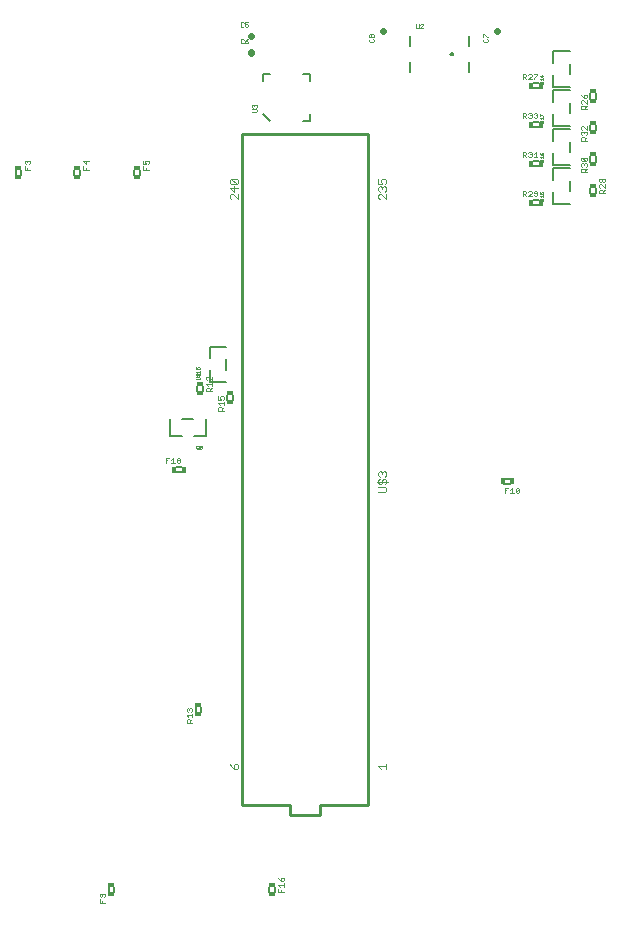
<source format=gto>
G75*
%MOIN*%
%OFA0B0*%
%FSLAX24Y24*%
%IPPOS*%
%LPD*%
%AMOC8*
5,1,8,0,0,1.08239X$1,22.5*
%
%ADD10C,0.0100*%
%ADD11C,0.0010*%
%ADD12C,0.0080*%
%ADD13C,0.0220*%
%ADD14C,0.0070*%
%ADD15C,0.0050*%
%ADD16C,0.0060*%
%ADD17C,0.0020*%
%ADD18R,0.0236X0.0118*%
%ADD19R,0.0118X0.0236*%
D10*
X028127Y005152D02*
X028127Y027512D01*
X032307Y027512D01*
X032307Y005152D01*
X030717Y005152D01*
X030717Y004802D01*
X029717Y004802D01*
X029717Y005152D01*
X028127Y005152D01*
D11*
X027943Y006333D02*
X027987Y006378D01*
X027987Y006466D01*
X027943Y006510D01*
X027899Y006510D01*
X027854Y006466D01*
X027854Y006333D01*
X027943Y006333D01*
X027854Y006333D02*
X027766Y006422D01*
X027721Y006510D01*
X032671Y006422D02*
X032937Y006422D01*
X032937Y006510D02*
X032937Y006333D01*
X032760Y006333D02*
X032671Y006422D01*
X032671Y015576D02*
X032893Y015576D01*
X032937Y015620D01*
X032937Y015709D01*
X032893Y015753D01*
X032671Y015753D01*
X032716Y015830D02*
X032671Y015874D01*
X032671Y015962D01*
X032716Y016007D01*
X032716Y016083D02*
X032671Y016128D01*
X032671Y016216D01*
X032716Y016260D01*
X032760Y016260D01*
X032804Y016216D01*
X032849Y016260D01*
X032893Y016260D01*
X032937Y016216D01*
X032937Y016128D01*
X032893Y016083D01*
X032893Y016007D02*
X032849Y016007D01*
X032804Y015962D01*
X032804Y015874D01*
X032760Y015830D01*
X032716Y015830D01*
X032627Y015918D02*
X032982Y015918D01*
X032937Y015874D02*
X032937Y015962D01*
X032893Y016007D01*
X032937Y015874D02*
X032893Y015830D01*
X032804Y016172D02*
X032804Y016216D01*
X026785Y017025D02*
X026766Y017007D01*
X026730Y017007D01*
X026711Y017025D01*
X026711Y017044D01*
X026730Y017062D01*
X026766Y017062D01*
X026785Y017044D01*
X026785Y017025D01*
X026766Y017062D02*
X026785Y017080D01*
X026785Y017099D01*
X026766Y017117D01*
X026730Y017117D01*
X026711Y017099D01*
X026711Y017080D01*
X026730Y017062D01*
X026674Y017099D02*
X026674Y017025D01*
X026656Y017007D01*
X026619Y017007D01*
X026601Y017025D01*
X026601Y017099D01*
X026619Y017117D01*
X026656Y017117D01*
X026674Y017099D01*
X026637Y017044D02*
X026674Y017007D01*
X026693Y019327D02*
X026712Y019345D01*
X026712Y019382D01*
X026693Y019400D01*
X026602Y019400D01*
X026620Y019438D02*
X026602Y019456D01*
X026602Y019493D01*
X026620Y019511D01*
X026657Y019493D02*
X026657Y019456D01*
X026638Y019438D01*
X026620Y019438D01*
X026583Y019474D02*
X026730Y019474D01*
X026712Y019456D02*
X026712Y019493D01*
X026693Y019511D01*
X026675Y019511D01*
X026657Y019493D01*
X026638Y019548D02*
X026602Y019585D01*
X026712Y019585D01*
X026712Y019621D02*
X026712Y019548D01*
X026712Y019456D02*
X026693Y019438D01*
X026693Y019327D02*
X026602Y019327D01*
X026602Y019659D02*
X026657Y019659D01*
X026638Y019695D01*
X026638Y019714D01*
X026657Y019732D01*
X026693Y019732D01*
X026712Y019714D01*
X026712Y019677D01*
X026693Y019659D01*
X026602Y019659D02*
X026602Y019732D01*
X027766Y025326D02*
X027721Y025370D01*
X027721Y025459D01*
X027766Y025503D01*
X027810Y025503D01*
X027987Y025326D01*
X027987Y025503D01*
X027854Y025580D02*
X027854Y025757D01*
X027766Y025833D02*
X027721Y025878D01*
X027721Y025966D01*
X027766Y026010D01*
X027943Y025833D01*
X027987Y025878D01*
X027987Y025966D01*
X027943Y026010D01*
X027766Y026010D01*
X027766Y025833D02*
X027943Y025833D01*
X027987Y025712D02*
X027721Y025712D01*
X027854Y025580D01*
X028462Y028237D02*
X028587Y028237D01*
X028612Y028262D01*
X028612Y028312D01*
X028587Y028337D01*
X028462Y028337D01*
X028487Y028384D02*
X028462Y028409D01*
X028462Y028459D01*
X028487Y028484D01*
X028512Y028484D01*
X028537Y028459D01*
X028562Y028484D01*
X028587Y028484D01*
X028612Y028459D01*
X028612Y028409D01*
X028587Y028384D01*
X028537Y028434D02*
X028537Y028459D01*
X028294Y030527D02*
X028319Y030552D01*
X028319Y030577D01*
X028294Y030602D01*
X028219Y030602D01*
X028219Y030552D01*
X028244Y030527D01*
X028294Y030527D01*
X028219Y030602D02*
X028269Y030652D01*
X028319Y030677D01*
X028172Y030652D02*
X028147Y030677D01*
X028097Y030677D01*
X028072Y030652D01*
X028072Y030552D01*
X028097Y030527D01*
X028147Y030527D01*
X028172Y030552D01*
X028147Y031077D02*
X028097Y031077D01*
X028072Y031102D01*
X028072Y031202D01*
X028097Y031227D01*
X028147Y031227D01*
X028172Y031202D01*
X028219Y031227D02*
X028219Y031152D01*
X028269Y031177D01*
X028294Y031177D01*
X028319Y031152D01*
X028319Y031102D01*
X028294Y031077D01*
X028244Y031077D01*
X028219Y031102D01*
X028172Y031102D02*
X028147Y031077D01*
X028219Y031227D02*
X028319Y031227D01*
X032362Y030799D02*
X032387Y030824D01*
X032412Y030824D01*
X032437Y030799D01*
X032437Y030749D01*
X032412Y030724D01*
X032387Y030724D01*
X032362Y030749D01*
X032362Y030799D01*
X032437Y030799D02*
X032462Y030824D01*
X032487Y030824D01*
X032512Y030799D01*
X032512Y030749D01*
X032487Y030724D01*
X032462Y030724D01*
X032437Y030749D01*
X032487Y030677D02*
X032512Y030652D01*
X032512Y030602D01*
X032487Y030577D01*
X032387Y030577D01*
X032362Y030602D01*
X032362Y030652D01*
X032387Y030677D01*
X033922Y031052D02*
X033947Y031027D01*
X033997Y031027D01*
X034022Y031052D01*
X034022Y031177D01*
X034069Y031152D02*
X034094Y031177D01*
X034144Y031177D01*
X034169Y031152D01*
X034169Y031127D01*
X034069Y031027D01*
X034169Y031027D01*
X033922Y031052D02*
X033922Y031177D01*
X036162Y030824D02*
X036162Y030724D01*
X036187Y030677D02*
X036162Y030652D01*
X036162Y030602D01*
X036187Y030577D01*
X036287Y030577D01*
X036312Y030602D01*
X036312Y030652D01*
X036287Y030677D01*
X036287Y030724D02*
X036312Y030724D01*
X036287Y030724D02*
X036187Y030824D01*
X036162Y030824D01*
X038052Y029453D02*
X038107Y029398D01*
X038107Y029471D01*
X038162Y029453D02*
X038052Y029453D01*
X038052Y029324D02*
X038162Y029324D01*
X038162Y029288D02*
X038162Y029361D01*
X038088Y029288D02*
X038052Y029324D01*
X038070Y029250D02*
X038143Y029250D01*
X038162Y029232D01*
X038162Y029195D01*
X038143Y029177D01*
X038070Y029177D01*
X038052Y029195D01*
X038052Y029232D01*
X038070Y029250D01*
X038125Y029214D02*
X038162Y029250D01*
X038070Y028171D02*
X038143Y028098D01*
X038162Y028098D01*
X038162Y028061D02*
X038162Y027988D01*
X038162Y028024D02*
X038052Y028024D01*
X038088Y027988D01*
X038070Y027950D02*
X038143Y027950D01*
X038162Y027932D01*
X038162Y027895D01*
X038143Y027877D01*
X038070Y027877D01*
X038052Y027895D01*
X038052Y027932D01*
X038070Y027950D01*
X038125Y027914D02*
X038162Y027950D01*
X038052Y028098D02*
X038052Y028171D01*
X038070Y028171D01*
X038052Y026871D02*
X038070Y026835D01*
X038107Y026798D01*
X038107Y026853D01*
X038125Y026871D01*
X038143Y026871D01*
X038162Y026853D01*
X038162Y026816D01*
X038143Y026798D01*
X038107Y026798D01*
X038162Y026761D02*
X038162Y026688D01*
X038162Y026724D02*
X038052Y026724D01*
X038088Y026688D01*
X038070Y026650D02*
X038143Y026650D01*
X038162Y026632D01*
X038162Y026595D01*
X038143Y026577D01*
X038070Y026577D01*
X038052Y026595D01*
X038052Y026632D01*
X038070Y026650D01*
X038125Y026614D02*
X038162Y026650D01*
X038143Y025571D02*
X038162Y025553D01*
X038162Y025516D01*
X038143Y025498D01*
X038107Y025498D02*
X038088Y025535D01*
X038088Y025553D01*
X038107Y025571D01*
X038143Y025571D01*
X038107Y025498D02*
X038052Y025498D01*
X038052Y025571D01*
X038052Y025424D02*
X038162Y025424D01*
X038162Y025388D02*
X038162Y025461D01*
X038088Y025388D02*
X038052Y025424D01*
X038070Y025350D02*
X038143Y025350D01*
X038162Y025332D01*
X038162Y025295D01*
X038143Y025277D01*
X038070Y025277D01*
X038052Y025295D01*
X038052Y025332D01*
X038070Y025350D01*
X038125Y025314D02*
X038162Y025350D01*
X032937Y025326D02*
X032760Y025503D01*
X032716Y025503D01*
X032671Y025459D01*
X032671Y025370D01*
X032716Y025326D01*
X032937Y025326D02*
X032937Y025503D01*
X032893Y025580D02*
X032937Y025624D01*
X032937Y025712D01*
X032893Y025757D01*
X032849Y025757D01*
X032804Y025712D01*
X032804Y025668D01*
X032804Y025712D02*
X032760Y025757D01*
X032716Y025757D01*
X032671Y025712D01*
X032671Y025624D01*
X032716Y025580D01*
X032671Y025833D02*
X032804Y025833D01*
X032760Y025922D01*
X032760Y025966D01*
X032804Y026010D01*
X032893Y026010D01*
X032937Y025966D01*
X032937Y025878D01*
X032893Y025833D01*
X032671Y025833D02*
X032671Y026010D01*
D12*
X033732Y029581D02*
X033732Y029896D01*
X033732Y030448D02*
X033732Y030763D01*
X035071Y030172D02*
X035073Y030184D01*
X035078Y030195D01*
X035087Y030204D01*
X035098Y030209D01*
X035110Y030211D01*
X035122Y030209D01*
X035133Y030204D01*
X035142Y030195D01*
X035147Y030184D01*
X035149Y030172D01*
X035147Y030160D01*
X035142Y030149D01*
X035133Y030140D01*
X035122Y030135D01*
X035110Y030133D01*
X035098Y030135D01*
X035087Y030140D01*
X035078Y030149D01*
X035073Y030160D01*
X035071Y030172D01*
X035701Y029896D02*
X035701Y029581D01*
X035701Y030448D02*
X035701Y030763D01*
D13*
X036605Y030922D02*
X036629Y030922D01*
X032829Y030922D02*
X032805Y030922D01*
X028417Y030784D02*
X028417Y030760D01*
X028417Y030234D02*
X028417Y030210D01*
D14*
X028829Y029509D02*
X028829Y029273D01*
X028829Y029509D02*
X029065Y029509D01*
X030168Y029509D02*
X030404Y029509D01*
X030404Y029273D01*
X030404Y028171D02*
X030404Y027935D01*
X030168Y027935D01*
X029065Y027935D02*
X028829Y028171D01*
D15*
X027592Y020413D02*
X027041Y020413D01*
X027041Y020022D01*
X027592Y020002D02*
X027592Y019642D01*
X027592Y019232D02*
X027041Y019232D01*
X027041Y019622D01*
X026907Y017998D02*
X026907Y017446D01*
X026517Y017446D01*
X026117Y017446D02*
X025726Y017446D01*
X025726Y017998D01*
X026137Y017998D02*
X026497Y017998D01*
X038491Y025182D02*
X038491Y025572D01*
X038491Y025972D02*
X038491Y026363D01*
X039042Y026363D01*
X039042Y026482D02*
X038491Y026482D01*
X038491Y026872D01*
X038491Y027272D02*
X038491Y027663D01*
X039042Y027663D01*
X039042Y027782D02*
X038491Y027782D01*
X038491Y028172D01*
X038491Y028572D02*
X038491Y028963D01*
X039042Y028963D01*
X039042Y029082D02*
X038491Y029082D01*
X038491Y029472D01*
X038491Y029872D02*
X038491Y030263D01*
X039042Y030263D01*
X039042Y029852D02*
X039042Y029492D01*
X039042Y028552D02*
X039042Y028192D01*
X039042Y027252D02*
X039042Y026892D01*
X039042Y025952D02*
X039042Y025592D01*
X039042Y025182D02*
X038491Y025182D01*
D16*
X038013Y025134D02*
X037820Y025134D01*
X037820Y025310D02*
X038013Y025310D01*
X038013Y026434D02*
X037820Y026434D01*
X037820Y026610D02*
X038013Y026610D01*
X038013Y027734D02*
X037820Y027734D01*
X037820Y027910D02*
X038013Y027910D01*
X038013Y029034D02*
X037820Y029034D01*
X037820Y029210D02*
X038013Y029210D01*
X039728Y028869D02*
X039728Y028676D01*
X039905Y028676D02*
X039905Y028869D01*
X039905Y027819D02*
X039905Y027626D01*
X039728Y027626D02*
X039728Y027819D01*
X039728Y026769D02*
X039728Y026576D01*
X039905Y026576D02*
X039905Y026769D01*
X039905Y025719D02*
X039905Y025526D01*
X039728Y025526D02*
X039728Y025719D01*
X027805Y018819D02*
X027805Y018626D01*
X027628Y018626D02*
X027628Y018819D01*
X026805Y018926D02*
X026805Y019119D01*
X026628Y019119D02*
X026628Y018926D01*
X026113Y016410D02*
X025920Y016410D01*
X025920Y016234D02*
X026113Y016234D01*
X026578Y008419D02*
X026578Y008226D01*
X026755Y008226D02*
X026755Y008419D01*
X029028Y002419D02*
X029028Y002226D01*
X029205Y002226D02*
X029205Y002419D01*
X023855Y002419D02*
X023855Y002226D01*
X023678Y002226D02*
X023678Y002419D01*
X036870Y015834D02*
X037063Y015834D01*
X037063Y016010D02*
X036870Y016010D01*
X024705Y026126D02*
X024705Y026319D01*
X024528Y026319D02*
X024528Y026126D01*
X022705Y026126D02*
X022705Y026319D01*
X022528Y026319D02*
X022528Y026126D01*
X020755Y026126D02*
X020755Y026319D01*
X020578Y026319D02*
X020578Y026126D01*
D17*
X023377Y002002D02*
X023377Y001882D01*
X023557Y001882D01*
X023467Y001882D02*
X023467Y001942D01*
X023437Y002066D02*
X023467Y002096D01*
X023467Y002186D01*
X023527Y002186D02*
X023407Y002186D01*
X023377Y002156D01*
X023377Y002096D01*
X023407Y002066D01*
X023437Y002066D01*
X023527Y002066D02*
X023557Y002096D01*
X023557Y002156D01*
X023527Y002186D01*
X029327Y002230D02*
X029327Y002350D01*
X029387Y002414D02*
X029327Y002474D01*
X029507Y002474D01*
X029507Y002414D02*
X029507Y002534D01*
X029477Y002598D02*
X029507Y002628D01*
X029507Y002688D01*
X029477Y002718D01*
X029447Y002718D01*
X029417Y002688D01*
X029417Y002598D01*
X029477Y002598D01*
X029417Y002598D02*
X029357Y002658D01*
X029327Y002718D01*
X029417Y002290D02*
X029417Y002230D01*
X029507Y002230D02*
X029327Y002230D01*
X026457Y007882D02*
X026277Y007882D01*
X026277Y007972D01*
X026307Y008002D01*
X026367Y008002D01*
X026397Y007972D01*
X026397Y007882D01*
X026397Y007942D02*
X026457Y008002D01*
X026457Y008066D02*
X026457Y008186D01*
X026457Y008126D02*
X026277Y008126D01*
X026337Y008066D01*
X026307Y008250D02*
X026277Y008280D01*
X026277Y008340D01*
X026307Y008370D01*
X026337Y008370D01*
X026367Y008340D01*
X026397Y008370D01*
X026427Y008370D01*
X026457Y008340D01*
X026457Y008280D01*
X026427Y008250D01*
X026367Y008310D02*
X026367Y008340D01*
X026035Y016532D02*
X025975Y016532D01*
X025945Y016562D01*
X025945Y016592D01*
X025975Y016622D01*
X026035Y016622D01*
X026065Y016592D01*
X026065Y016562D01*
X026035Y016532D01*
X026035Y016622D02*
X026065Y016652D01*
X026065Y016682D01*
X026035Y016712D01*
X025975Y016712D01*
X025945Y016682D01*
X025945Y016652D01*
X025975Y016622D01*
X025881Y016532D02*
X025761Y016532D01*
X025821Y016532D02*
X025821Y016712D01*
X025761Y016652D01*
X025697Y016712D02*
X025577Y016712D01*
X025577Y016532D01*
X025577Y016622D02*
X025637Y016622D01*
X027327Y018282D02*
X027327Y018372D01*
X027357Y018402D01*
X027417Y018402D01*
X027447Y018372D01*
X027447Y018282D01*
X027507Y018282D02*
X027327Y018282D01*
X027447Y018342D02*
X027507Y018402D01*
X027507Y018466D02*
X027507Y018586D01*
X027507Y018526D02*
X027327Y018526D01*
X027387Y018466D01*
X027417Y018650D02*
X027387Y018710D01*
X027387Y018740D01*
X027417Y018770D01*
X027477Y018770D01*
X027507Y018740D01*
X027507Y018680D01*
X027477Y018650D01*
X027417Y018650D02*
X027327Y018650D01*
X027327Y018770D01*
X027107Y018930D02*
X026927Y018930D01*
X026927Y019020D01*
X026957Y019050D01*
X027017Y019050D01*
X027047Y019020D01*
X027047Y018930D01*
X027047Y018990D02*
X027107Y019050D01*
X027107Y019114D02*
X027107Y019234D01*
X027107Y019174D02*
X026927Y019174D01*
X026987Y019114D01*
X026957Y019298D02*
X026927Y019328D01*
X026927Y019388D01*
X026957Y019418D01*
X026987Y019418D01*
X027107Y019298D01*
X027107Y019418D01*
X025007Y026314D02*
X024827Y026314D01*
X024827Y026434D01*
X024827Y026498D02*
X024917Y026498D01*
X024887Y026558D01*
X024887Y026588D01*
X024917Y026618D01*
X024977Y026618D01*
X025007Y026588D01*
X025007Y026528D01*
X024977Y026498D01*
X024917Y026374D02*
X024917Y026314D01*
X024827Y026498D02*
X024827Y026618D01*
X023007Y026588D02*
X022827Y026588D01*
X022917Y026498D01*
X022917Y026618D01*
X022827Y026434D02*
X022827Y026314D01*
X023007Y026314D01*
X022917Y026314D02*
X022917Y026374D01*
X021057Y026314D02*
X020877Y026314D01*
X020877Y026434D01*
X020907Y026498D02*
X020877Y026528D01*
X020877Y026588D01*
X020907Y026618D01*
X020937Y026618D01*
X020967Y026588D01*
X020997Y026618D01*
X021027Y026618D01*
X021057Y026588D01*
X021057Y026528D01*
X021027Y026498D01*
X020967Y026558D02*
X020967Y026588D01*
X020967Y026374D02*
X020967Y026314D01*
X036874Y015712D02*
X036994Y015712D01*
X037058Y015652D02*
X037118Y015712D01*
X037118Y015532D01*
X037058Y015532D02*
X037178Y015532D01*
X037243Y015562D02*
X037363Y015682D01*
X037363Y015562D01*
X037333Y015532D01*
X037273Y015532D01*
X037243Y015562D01*
X037243Y015682D01*
X037273Y015712D01*
X037333Y015712D01*
X037363Y015682D01*
X036934Y015622D02*
X036874Y015622D01*
X036874Y015532D02*
X036874Y015712D01*
X037477Y025432D02*
X037477Y025612D01*
X037567Y025612D01*
X037597Y025582D01*
X037597Y025522D01*
X037567Y025492D01*
X037477Y025492D01*
X037537Y025492D02*
X037597Y025432D01*
X037661Y025432D02*
X037781Y025552D01*
X037781Y025582D01*
X037751Y025612D01*
X037691Y025612D01*
X037661Y025582D01*
X037661Y025432D02*
X037781Y025432D01*
X037845Y025462D02*
X037875Y025432D01*
X037935Y025432D01*
X037965Y025462D01*
X037965Y025582D01*
X037935Y025612D01*
X037875Y025612D01*
X037845Y025582D01*
X037845Y025552D01*
X037875Y025522D01*
X037965Y025522D01*
X037965Y026732D02*
X037845Y026732D01*
X037905Y026732D02*
X037905Y026912D01*
X037845Y026852D01*
X037781Y026852D02*
X037751Y026822D01*
X037781Y026792D01*
X037781Y026762D01*
X037751Y026732D01*
X037691Y026732D01*
X037661Y026762D01*
X037597Y026732D02*
X037537Y026792D01*
X037567Y026792D02*
X037477Y026792D01*
X037477Y026732D02*
X037477Y026912D01*
X037567Y026912D01*
X037597Y026882D01*
X037597Y026822D01*
X037567Y026792D01*
X037661Y026882D02*
X037691Y026912D01*
X037751Y026912D01*
X037781Y026882D01*
X037781Y026852D01*
X037751Y026822D02*
X037721Y026822D01*
X037751Y028032D02*
X037691Y028032D01*
X037661Y028062D01*
X037597Y028032D02*
X037537Y028092D01*
X037567Y028092D02*
X037477Y028092D01*
X037477Y028032D02*
X037477Y028212D01*
X037567Y028212D01*
X037597Y028182D01*
X037597Y028122D01*
X037567Y028092D01*
X037661Y028182D02*
X037691Y028212D01*
X037751Y028212D01*
X037781Y028182D01*
X037781Y028152D01*
X037751Y028122D01*
X037781Y028092D01*
X037781Y028062D01*
X037751Y028032D01*
X037751Y028122D02*
X037721Y028122D01*
X037845Y028062D02*
X037875Y028032D01*
X037935Y028032D01*
X037965Y028062D01*
X037965Y028092D01*
X037935Y028122D01*
X037905Y028122D01*
X037935Y028122D02*
X037965Y028152D01*
X037965Y028182D01*
X037935Y028212D01*
X037875Y028212D01*
X037845Y028182D01*
X037845Y029332D02*
X037845Y029362D01*
X037965Y029482D01*
X037965Y029512D01*
X037845Y029512D01*
X037781Y029482D02*
X037751Y029512D01*
X037691Y029512D01*
X037661Y029482D01*
X037597Y029482D02*
X037597Y029422D01*
X037567Y029392D01*
X037477Y029392D01*
X037537Y029392D02*
X037597Y029332D01*
X037661Y029332D02*
X037781Y029452D01*
X037781Y029482D01*
X037781Y029332D02*
X037661Y029332D01*
X037597Y029482D02*
X037567Y029512D01*
X037477Y029512D01*
X037477Y029332D01*
X039427Y028820D02*
X039457Y028760D01*
X039517Y028700D01*
X039517Y028790D01*
X039547Y028820D01*
X039577Y028820D01*
X039607Y028790D01*
X039607Y028730D01*
X039577Y028700D01*
X039517Y028700D01*
X039487Y028636D02*
X039457Y028636D01*
X039427Y028606D01*
X039427Y028546D01*
X039457Y028516D01*
X039457Y028452D02*
X039517Y028452D01*
X039547Y028422D01*
X039547Y028332D01*
X039607Y028332D02*
X039427Y028332D01*
X039427Y028422D01*
X039457Y028452D01*
X039547Y028392D02*
X039607Y028452D01*
X039607Y028516D02*
X039487Y028636D01*
X039607Y028636D02*
X039607Y028516D01*
X039607Y027770D02*
X039607Y027650D01*
X039487Y027770D01*
X039457Y027770D01*
X039427Y027740D01*
X039427Y027680D01*
X039457Y027650D01*
X039457Y027586D02*
X039487Y027586D01*
X039517Y027556D01*
X039547Y027586D01*
X039577Y027586D01*
X039607Y027556D01*
X039607Y027496D01*
X039577Y027466D01*
X039607Y027402D02*
X039547Y027342D01*
X039547Y027372D02*
X039547Y027282D01*
X039607Y027282D02*
X039427Y027282D01*
X039427Y027372D01*
X039457Y027402D01*
X039517Y027402D01*
X039547Y027372D01*
X039457Y027466D02*
X039427Y027496D01*
X039427Y027556D01*
X039457Y027586D01*
X039517Y027556D02*
X039517Y027526D01*
X039577Y026720D02*
X039607Y026690D01*
X039607Y026630D01*
X039577Y026600D01*
X039457Y026720D01*
X039577Y026720D01*
X039577Y026600D02*
X039457Y026600D01*
X039427Y026630D01*
X039427Y026690D01*
X039457Y026720D01*
X039457Y026536D02*
X039487Y026536D01*
X039517Y026506D01*
X039547Y026536D01*
X039577Y026536D01*
X039607Y026506D01*
X039607Y026446D01*
X039577Y026416D01*
X039607Y026352D02*
X039547Y026292D01*
X039547Y026322D02*
X039547Y026232D01*
X039607Y026232D02*
X039427Y026232D01*
X039427Y026322D01*
X039457Y026352D01*
X039517Y026352D01*
X039547Y026322D01*
X039457Y026416D02*
X039427Y026446D01*
X039427Y026506D01*
X039457Y026536D01*
X039517Y026506D02*
X039517Y026476D01*
X040027Y025988D02*
X040057Y026018D01*
X040087Y026018D01*
X040117Y025988D01*
X040117Y025928D01*
X040087Y025898D01*
X040057Y025898D01*
X040027Y025928D01*
X040027Y025988D01*
X040117Y025988D02*
X040147Y026018D01*
X040177Y026018D01*
X040207Y025988D01*
X040207Y025928D01*
X040177Y025898D01*
X040147Y025898D01*
X040117Y025928D01*
X040087Y025834D02*
X040057Y025834D01*
X040027Y025804D01*
X040027Y025744D01*
X040057Y025714D01*
X040057Y025650D02*
X040117Y025650D01*
X040147Y025620D01*
X040147Y025530D01*
X040147Y025590D02*
X040207Y025650D01*
X040207Y025714D02*
X040087Y025834D01*
X040207Y025834D02*
X040207Y025714D01*
X040057Y025650D02*
X040027Y025620D01*
X040027Y025530D01*
X040207Y025530D01*
D18*
X039815Y025461D03*
X039815Y025781D03*
X039819Y026513D03*
X039819Y026833D03*
X039819Y027563D03*
X039819Y027883D03*
X039819Y028613D03*
X039819Y028933D03*
X027719Y018883D03*
X027719Y018563D03*
X026715Y018861D03*
X026715Y019181D03*
X024615Y026061D03*
X024615Y026381D03*
X022615Y026381D03*
X022615Y026061D03*
X020665Y026061D03*
X020665Y026381D03*
X026669Y008483D03*
X026669Y008163D03*
X029115Y002481D03*
X029115Y002161D03*
X023769Y002163D03*
X023769Y002483D03*
D19*
X036806Y015924D03*
X037126Y015924D03*
X026178Y016320D03*
X025858Y016320D03*
X037758Y025220D03*
X038078Y025220D03*
X038078Y026520D03*
X037758Y026520D03*
X037758Y027820D03*
X038078Y027820D03*
X038078Y029120D03*
X037758Y029120D03*
M02*

</source>
